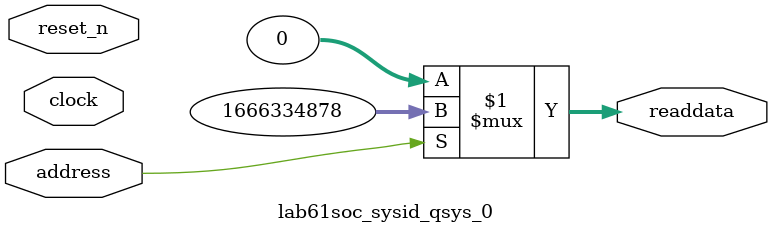
<source format=v>



// synthesis translate_off
`timescale 1ns / 1ps
// synthesis translate_on

// turn off superfluous verilog processor warnings 
// altera message_level Level1 
// altera message_off 10034 10035 10036 10037 10230 10240 10030 

module lab61soc_sysid_qsys_0 (
               // inputs:
                address,
                clock,
                reset_n,

               // outputs:
                readdata
             )
;

  output  [ 31: 0] readdata;
  input            address;
  input            clock;
  input            reset_n;

  wire    [ 31: 0] readdata;
  //control_slave, which is an e_avalon_slave
  assign readdata = address ? 1666334878 : 0;

endmodule



</source>
